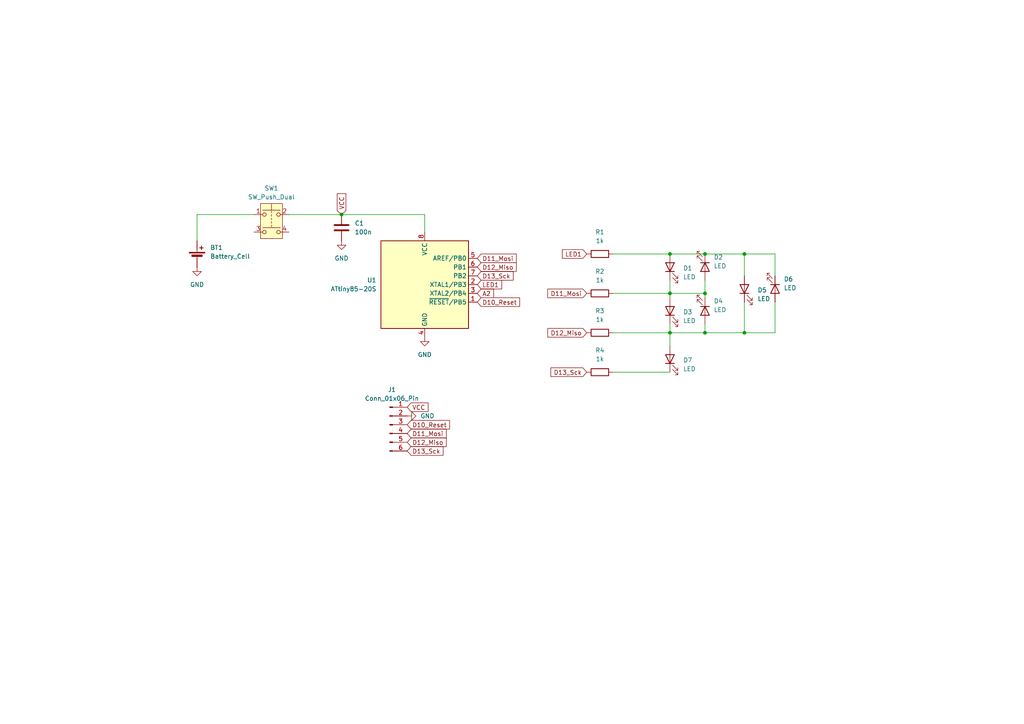
<source format=kicad_sch>
(kicad_sch (version 20231120) (generator "eeschema") (generator_version "8.0")
  (paper "A4")
  (lib_symbols
    (symbol "Connector:Conn_01x06_Pin" (pin_names (offset 1.016) hide)
      (property "Reference" "J" (at 0 7.62 0))
      (property "Value" "Conn_01x06_Pin" (at 0 -10.16 0))
      (symbol "Conn_01x06_Pin_1_1"
        (polyline (pts (xy 1.27 -7.62) (xy 0.8636 -7.62)) (stroke (width 0.1524)))
        (polyline (pts (xy 1.27 -5.08) (xy 0.8636 -5.08)) (stroke (width 0.1524)))
        (polyline (pts (xy 1.27 -2.54) (xy 0.8636 -2.54)) (stroke (width 0.1524)))
        (polyline (pts (xy 1.27 0) (xy 0.8636 0)) (stroke (width 0.1524)))
        (polyline (pts (xy 1.27 2.54) (xy 0.8636 2.54)) (stroke (width 0.1524)))
        (polyline (pts (xy 1.27 5.08) (xy 0.8636 5.08)) (stroke (width 0.1524)))
        (rectangle (start 0.8636 -7.493) (end 0 -7.747) (stroke (width 0.1524)) (fill (type outline)))
        (rectangle (start 0.8636 -4.953) (end 0 -5.207) (stroke (width 0.1524)) (fill (type outline)))
        (rectangle (start 0.8636 -2.413) (end 0 -2.667) (stroke (width 0.1524)) (fill (type outline)))
        (rectangle (start 0.8636 0.127) (end 0 -0.127) (stroke (width 0.1524)) (fill (type outline)))
        (rectangle (start 0.8636 2.667) (end 0 2.413) (stroke (width 0.1524)) (fill (type outline)))
        (rectangle (start 0.8636 5.207) (end 0 4.953) (stroke (width 0.1524)) (fill (type outline)))
        (pin passive line (at 5.08 5.08 180) (length 3.81) (name "Pin_1") (number "1"))
        (pin passive line (at 5.08 2.54 180) (length 3.81) (name "Pin_2") (number "2"))
        (pin passive line (at 5.08 0 180) (length 3.81) (name "Pin_3") (number "3"))
        (pin passive line (at 5.08 -2.54 180) (length 3.81) (name "Pin_4") (number "4"))
        (pin passive line (at 5.08 -5.08 180) (length 3.81) (name "Pin_5") (number "5"))
        (pin passive line (at 5.08 -7.62 180) (length 3.81) (name "Pin_6") (number "6"))
      )
    )
    (symbol "Device:Battery_Cell" (pin_numbers hide) (pin_names (offset 0) hide)
      (property "Reference" "BT" (at 2.54 2.54 0))
      (property "Value" "Battery_Cell" (at 2.54 0 0))
      (symbol "Battery_Cell_0_1"
        (rectangle (start -2.286 1.778) (end 2.286 1.524) (fill (type outline)))
        (rectangle (start -1.524 1.016) (end 1.524 0.508) (fill (type outline)))
        (polyline (pts (xy 0 0.762) (xy 0 0)))
        (polyline (pts (xy 0 1.778) (xy 0 2.54)))
        (polyline (pts (xy 0.762 3.048) (xy 1.778 3.048)) (stroke (width 0.254)))
        (polyline (pts (xy 1.27 3.556) (xy 1.27 2.54)) (stroke (width 0.254)))
      )
      (symbol "Battery_Cell_1_1"
        (pin passive line (at 0 5.08 270) (length 2.54) (name "+") (number "1"))
        (pin passive line (at 0 -2.54 90) (length 2.54) (name "-") (number "2"))
      )
    )
    (symbol "Device:C" (pin_numbers hide) (pin_names (offset 0.254))
      (property "Reference" "C" (at 0.635 2.54 0))
      (property "Value" "C" (at 0.635 -2.54 0))
      (symbol "C_0_1"
        (polyline (pts (xy -2.032 -0.762) (xy 2.032 -0.762)) (stroke (width 0.508)))
        (polyline (pts (xy -2.032 0.762) (xy 2.032 0.762)) (stroke (width 0.508)))
      )
      (symbol "C_1_1"
        (pin passive line (at 0 3.81 270) (length 2.794) (name "~") (number "1"))
        (pin passive line (at 0 -3.81 90) (length 2.794) (name "~") (number "2"))
      )
    )
    (symbol "Device:LED" (pin_numbers hide) (pin_names (offset 1.016) hide)
      (property "Reference" "D" (at 0 2.54 0))
      (property "Value" "LED" (at 0 -2.54 0))
      (symbol "LED_0_1"
        (polyline (pts (xy -1.27 -1.27) (xy -1.27 1.27)) (stroke (width 0.254)))
        (polyline (pts (xy -1.27 0) (xy 1.27 0)))
        (polyline (pts (xy 1.27 -1.27) (xy 1.27 1.27) (xy -1.27 0) (xy 1.27 -1.27)) (stroke (width 0.254)))
        (polyline (pts (xy -3.048 -0.762) (xy -4.572 -2.286) (xy -3.81 -2.286) (xy -4.572 -2.286) (xy -4.572 -1.524)))
        (polyline (pts (xy -1.778 -0.762) (xy -3.302 -2.286) (xy -2.54 -2.286) (xy -3.302 -2.286) (xy -3.302 -1.524)))
      )
      (symbol "LED_1_1"
        (pin passive line (at -3.81 0 0) (length 2.54) (name "K") (number "1"))
        (pin passive line (at 3.81 0 180) (length 2.54) (name "A") (number "2"))
      )
    )
    (symbol "Device:R" (pin_numbers hide) (pin_names (offset 0))
      (property "Reference" "R" (at 2.032 0 90))
      (property "Value" "R" (at 0 0 90))
      (symbol "R_0_1"
        (rectangle (start -1.016 -2.54) (end 1.016 2.54) (stroke (width 0.254)))
      )
      (symbol "R_1_1"
        (pin passive line (at 0 3.81 270) (length 1.27) (name "~") (number "1"))
        (pin passive line (at 0 -3.81 90) (length 1.27) (name "~") (number "2"))
      )
    )
    (symbol "MCU_Microchip_ATtiny:ATtiny85-20S"
      (property "Reference" "U" (at -12.7 13.97 0))
      (property "Value" "ATtiny85-20S" (at 2.54 -13.97 0))
      (symbol "ATtiny85-20S_0_1"
        (rectangle (start -12.7 -12.7) (end 12.7 12.7) (stroke (width 0.254)) (fill (type background)))
      )
      (symbol "ATtiny85-20S_1_1"
        (pin bidirectional line (at 15.24 -5.08 180) (length 2.54) (name "~{RESET}/PB5") (number "1"))
        (pin bidirectional line (at 15.24 0 180) (length 2.54) (name "XTAL1/PB3") (number "2"))
        (pin bidirectional line (at 15.24 -2.54 180) (length 2.54) (name "XTAL2/PB4") (number "3"))
        (pin power_in line (at 0 -15.24 90) (length 2.54) (name "GND") (number "4"))
        (pin bidirectional line (at 15.24 7.62 180) (length 2.54) (name "AREF/PB0") (number "5"))
        (pin bidirectional line (at 15.24 5.08 180) (length 2.54) (name "PB1") (number "6"))
        (pin bidirectional line (at 15.24 2.54 180) (length 2.54) (name "PB2") (number "7"))
        (pin power_in line (at 0 15.24 270) (length 2.54) (name "VCC") (number "8"))
      )
    )
    (symbol "Switch:SW_Push_Dual" (pin_names (offset 1.016) hide)
      (property "Reference" "SW" (at 0 7.62 0))
      (property "Value" "SW_Push_Dual" (at 0 -6.35 0))
      (symbol "SW_Push_Dual_0_1"
        (circle (center -2.032 -2.54) (radius 0.508))
        (circle (center -2.032 2.54) (radius 0.508))
        (polyline (pts (xy 0 -0.508) (xy 0 -1.016)))
        (polyline (pts (xy 0 0.508) (xy 0 0)))
        (polyline (pts (xy 0 1.016) (xy 0 1.524)))
        (polyline (pts (xy 0 2.032) (xy 0 2.54)))
        (polyline (pts (xy 0 3.048) (xy 0 3.556)))
        (polyline (pts (xy 0 3.81) (xy 0 5.588)))
        (polyline (pts (xy 2.54 -1.27) (xy -2.54 -1.27)))
        (polyline (pts (xy 2.54 3.81) (xy -2.54 3.81)))
        (circle (center 2.032 -2.54) (radius 0.508))
        (circle (center 2.032 2.54) (radius 0.508))
        (pin passive line (at -5.08 2.54 0) (length 2.54) (name "1") (number "1"))
        (pin passive line (at 5.08 2.54 180) (length 2.54) (name "2") (number "2"))
        (pin passive line (at -5.08 -2.54 0) (length 2.54) (name "3") (number "3"))
        (pin passive line (at 5.08 -2.54 180) (length 2.54) (name "4") (number "4"))
      )
      (symbol "SW_Push_Dual_1_1"
        (rectangle (start -3.175 5.715) (end 3.175 -4.445) (fill (type background)))
      )
    )
    (symbol "power:GND" (power) (pin_numbers hide) (pin_names (offset 0) hide)
      (property "Value" "GND" (at 0 -3.81 0))
      (symbol "GND_0_1"
        (polyline (pts (xy 0 0) (xy 0 -1.27) (xy 1.27 -1.27) (xy 0 -2.54) (xy -1.27 -1.27) (xy 0 -1.27)))
      )
      (symbol "GND_1_1"
        (pin power_in line (at 0 0 270) (length 0) (name "~") (number "1"))
      )
    )
  )
  (junction (at 204.47 85.09))
  (junction (at 194.31 73.66))
  (junction (at 215.9 96.52))
  (junction (at 204.47 73.66))
  (junction (at 194.31 85.09))
  (junction (at 99.06 62.23))
  (junction (at 215.9 73.66))
  (junction (at 194.31 96.52))
  (junction (at 204.47 96.52))
  (wire (pts (xy 177.8 85.09) (xy 194.31 85.09)))
  (wire (pts (xy 204.47 81.28) (xy 204.47 85.09)))
  (wire (pts (xy 177.8 73.66) (xy 194.31 73.66)))
  (wire (pts (xy 194.31 93.98) (xy 194.31 96.52)))
  (wire (pts (xy 194.31 85.09) (xy 194.31 81.28)))
  (wire (pts (xy 177.8 96.52) (xy 194.31 96.52)))
  (wire (pts (xy 204.47 85.09) (xy 194.31 85.09)))
  (wire (pts (xy 99.06 62.23) (xy 123.19 62.23)))
  (wire (pts (xy 177.8 107.95) (xy 194.31 107.95)))
  (wire (pts (xy 57.15 62.23) (xy 73.66 62.23)))
  (wire (pts (xy 83.82 62.23) (xy 99.06 62.23)))
  (wire (pts (xy 215.9 73.66) (xy 224.79 73.66)))
  (wire (pts (xy 194.31 96.52) (xy 204.47 96.52)))
  (wire (pts (xy 123.19 62.23) (xy 123.19 67.31)))
  (wire (pts (xy 204.47 96.52) (xy 215.9 96.52)))
  (wire (pts (xy 57.15 69.85) (xy 57.15 62.23)))
  (wire (pts (xy 204.47 73.66) (xy 215.9 73.66)))
  (wire (pts (xy 194.31 96.52) (xy 194.31 100.33)))
  (wire (pts (xy 215.9 73.66) (xy 215.9 80.01)))
  (wire (pts (xy 204.47 93.98) (xy 204.47 96.52)))
  (wire (pts (xy 194.31 85.09) (xy 194.31 86.36)))
  (wire (pts (xy 224.79 96.52) (xy 224.79 87.63)))
  (wire (pts (xy 215.9 87.63) (xy 215.9 96.52)))
  (wire (pts (xy 194.31 73.66) (xy 204.47 73.66)))
  (wire (pts (xy 204.47 86.36) (xy 204.47 85.09)))
  (wire (pts (xy 224.79 73.66) (xy 224.79 80.01)))
  (wire (pts (xy 215.9 96.52) (xy 224.79 96.52)))
  (global_label "D12_Miso" (shape input) (at 118.11 128.27 0) (property "Intersheetrefs" "${INTERSHEET_REFS}" (effects (hide yes))))
  (global_label "D11_Mosi" (shape input) (at 118.11 125.73 0) (property "Intersheetrefs" "${INTERSHEET_REFS}" (effects (hide yes))))
  (global_label "LED1" (shape input) (at 138.43 82.55 0) (property "Intersheetrefs" "${INTERSHEET_REFS}" (effects (hide yes))))
  (global_label "D13_Sck" (shape input) (at 118.11 130.81 0) (property "Intersheetrefs" "${INTERSHEET_REFS}" (effects (hide yes))))
  (global_label "D11_Mosi" (shape input) (at 170.18 85.09 180) (property "Intersheetrefs" "${INTERSHEET_REFS}" (effects (hide yes))))
  (global_label "VCC" (shape input) (at 118.11 118.11 0) (property "Intersheetrefs" "${INTERSHEET_REFS}" (effects (hide yes))))
  (global_label "D10_Reset" (shape input) (at 118.11 123.19 0) (property "Intersheetrefs" "${INTERSHEET_REFS}" (effects (hide yes))))
  (global_label "D12_Miso" (shape input) (at 170.18 96.52 180) (property "Intersheetrefs" "${INTERSHEET_REFS}" (effects (hide yes))))
  (global_label "D11_Mosi" (shape input) (at 138.43 74.93 0) (property "Intersheetrefs" "${INTERSHEET_REFS}" (effects (hide yes))))
  (global_label "D13_Sck" (shape input) (at 170.18 107.95 180) (property "Intersheetrefs" "${INTERSHEET_REFS}" (effects (hide yes))))
  (global_label "LED1" (shape input) (at 170.18 73.66 180) (property "Intersheetrefs" "${INTERSHEET_REFS}" (effects (hide yes))))
  (global_label "D12_Miso" (shape input) (at 138.43 77.47 0) (property "Intersheetrefs" "${INTERSHEET_REFS}" (effects (hide yes))))
  (global_label "VCC" (shape input) (at 99.06 62.23 90) (property "Intersheetrefs" "${INTERSHEET_REFS}" (effects (hide yes))))
  (global_label "A2" (shape input) (at 138.43 85.09 0) (property "Intersheetrefs" "${INTERSHEET_REFS}" (effects (hide yes))))
  (global_label "D10_Reset" (shape input) (at 138.43 87.63 0) (property "Intersheetrefs" "${INTERSHEET_REFS}" (effects (hide yes))))
  (global_label "D13_Sck" (shape input) (at 138.43 80.01 0) (property "Intersheetrefs" "${INTERSHEET_REFS}" (effects (hide yes))))
  (symbol (lib_id "MCU_Microchip_ATtiny:ATtiny85-20S") (at 123.19 82.55 0) (unit 1)
    (property "Reference" "U1" (at 109.22 81.2799 0) (effects (justify right)))
    (property "Value" "ATtiny85-20S" (at 109.22 83.8199 0) (effects (justify right)))
    (property "Footprint" "Package_SO:SOIC-8W_5.3x5.3mm_P1.27mm" (effects (hide yes)))
    (property "Datasheet" "http://ww1.microchip.com/downloads/en/DeviceDoc/atmel-2586-avr-8-bit-microcontroller-attiny25-attiny45-attiny85_datasheet.pdf" (effects (hide yes)))
    (property "Description" "20MHz, 8kB Flash, 512B SRAM, 512B EEPROM, debugWIRE, SOIC-8W" (effects (hide yes)))
  )
  (symbol (lib_id "Device:R") (at 173.99 73.66 90) (unit 1)
    (property "Reference" "R1" (at 173.99 67.31 90))
    (property "Value" "1k" (at 173.99 69.85 90))
    (property "Footprint" "Resistor_SMD:R_0805_2012Metric" (effects (hide yes)))
    (property "Description" "Resistor" (effects (hide yes)))
  )
  (symbol (lib_id "power:GND") (at 118.11 120.65 90) (unit 1)
    (property "Reference" "#PWR04" (effects (hide yes)))
    (property "Value" "GND" (at 121.92 120.6499 90) (effects (justify right)))
    (property "Description" "Power symbol creates a global label with name \"GND\" , ground" (effects (hide yes)))
  )
  (symbol (lib_id "Device:R") (at 173.99 107.95 90) (unit 1)
    (property "Reference" "R4" (at 173.99 101.6 90))
    (property "Value" "1k" (at 173.99 104.14 90))
    (property "Footprint" "Resistor_SMD:R_0805_2012Metric" (effects (hide yes)))
    (property "Description" "Resistor" (effects (hide yes)))
  )
  (symbol (lib_id "Device:C") (at 99.06 66.04 0) (unit 1)
    (property "Reference" "C1" (at 102.87 64.7699 0) (effects (justify left)))
    (property "Value" "100n" (at 102.87 67.3099 0) (effects (justify left)))
    (property "Footprint" "Capacitor_SMD:C_0805_2012Metric" (effects (hide yes)))
    (property "Description" "Unpolarized capacitor" (effects (hide yes)))
  )
  (symbol (lib_id "Connector:Conn_01x06_Pin") (at 113.03 123.19 0) (unit 1)
    (property "Reference" "J1" (at 113.665 113.03 0))
    (property "Value" "Conn_01x06_Pin" (at 113.665 115.57 0))
    (property "Footprint" "Connector_PinHeader_2.54mm:PinHeader_1x06_P2.54mm_Vertical" (effects (hide yes)))
    (property "Description" "Generic connector, single row, 01x06, script generated" (effects (hide yes)))
  )
  (symbol (lib_id "Device:R") (at 173.99 85.09 90) (unit 1)
    (property "Reference" "R2" (at 173.99 78.74 90))
    (property "Value" "1k" (at 173.99 81.28 90))
    (property "Footprint" "Resistor_SMD:R_0805_2012Metric" (effects (hide yes)))
    (property "Description" "Resistor" (effects (hide yes)))
  )
  (symbol (lib_id "Device:LED") (at 204.47 77.47 270) (unit 1)
    (property "Reference" "D2" (at 207.01 74.6124 90) (effects (justify left)))
    (property "Value" "LED" (at 207.01 77.1524 90) (effects (justify left)))
    (property "Footprint" "LED_SMD:LED_0805_2012Metric" (effects (hide yes)))
    (property "Description" "Light emitting diode" (effects (hide yes)))
  )
  (symbol (lib_id "Device:Battery_Cell") (at 57.15 74.93 0) (unit 1)
    (property "Reference" "BT1" (at 60.96 71.8184 0) (effects (justify left)))
    (property "Value" "Battery_Cell" (at 60.96 74.3584 0) (effects (justify left)))
    (property "Footprint" "Battery:BatteryHolder_Multicomp_BC-2001_1x2032" (effects (hide yes)))
    (property "Description" "Single-cell battery" (effects (hide yes)))
  )
  (symbol (lib_id "Device:R") (at 173.99 96.52 90) (unit 1)
    (property "Reference" "R3" (at 173.99 90.17 90))
    (property "Value" "1k" (at 173.99 92.71 90))
    (property "Footprint" "Resistor_SMD:R_0805_2012Metric" (effects (hide yes)))
    (property "Description" "Resistor" (effects (hide yes)))
  )
  (symbol (lib_id "Device:LED") (at 204.47 90.17 270) (unit 1)
    (property "Reference" "D4" (at 207.01 87.3124 90) (effects (justify left)))
    (property "Value" "LED" (at 207.01 89.8524 90) (effects (justify left)))
    (property "Footprint" "LED_SMD:LED_0805_2012Metric" (effects (hide yes)))
    (property "Description" "Light emitting diode" (effects (hide yes)))
  )
  (symbol (lib_id "Device:LED") (at 194.31 90.17 90) (unit 1)
    (property "Reference" "D3" (at 198.12 90.4874 90) (effects (justify right)))
    (property "Value" "LED" (at 198.12 93.0274 90) (effects (justify right)))
    (property "Footprint" "LED_SMD:LED_0805_2012Metric" (effects (hide yes)))
    (property "Description" "Light emitting diode" (effects (hide yes)))
  )
  (symbol (lib_id "Device:LED") (at 194.31 104.14 90) (unit 1)
    (property "Reference" "D7" (at 198.12 104.4574 90) (effects (justify right)))
    (property "Value" "LED" (at 198.12 106.9974 90) (effects (justify right)))
    (property "Footprint" "LED_SMD:LED_0805_2012Metric" (effects (hide yes)))
    (property "Description" "Light emitting diode" (effects (hide yes)))
  )
  (symbol (lib_id "power:GND") (at 99.06 69.85 0) (unit 1)
    (property "Reference" "#PWR02" (effects (hide yes)))
    (property "Value" "GND" (at 99.06 74.93 0))
    (property "Description" "Power symbol creates a global label with name \"GND\" , ground" (effects (hide yes)))
  )
  (symbol (lib_id "Device:LED") (at 215.9 83.82 90) (unit 1)
    (property "Reference" "D5" (at 219.71 84.1374 90) (effects (justify right)))
    (property "Value" "LED" (at 219.71 86.6774 90) (effects (justify right)))
    (property "Footprint" "LED_SMD:LED_0805_2012Metric" (effects (hide yes)))
    (property "Description" "Light emitting diode" (effects (hide yes)))
  )
  (symbol (lib_id "Device:LED") (at 194.31 77.47 90) (unit 1)
    (property "Reference" "D1" (at 198.12 77.7874 90) (effects (justify right)))
    (property "Value" "LED" (at 198.12 80.3274 90) (effects (justify right)))
    (property "Footprint" "LED_SMD:LED_0805_2012Metric" (effects (hide yes)))
    (property "Description" "Light emitting diode" (effects (hide yes)))
  )
  (symbol (lib_id "power:GND") (at 57.15 77.47 0) (unit 1)
    (property "Reference" "#PWR01" (effects (hide yes)))
    (property "Value" "GND" (at 57.15 82.55 0))
    (property "Description" "Power symbol creates a global label with name \"GND\" , ground" (effects (hide yes)))
  )
  (symbol (lib_id "Switch:SW_Push_Dual") (at 78.74 64.77 0) (unit 1)
    (property "Reference" "SW1" (at 78.74 54.61 0))
    (property "Value" "SW_Push_Dual" (at 78.74 57.15 0))
    (property "Footprint" "Button_Switch_SMD:SW_Push_1P1T_NO_6x6mm_H9.5mm" (effects (hide yes)))
    (property "Description" "Push button switch, generic, symbol, four pins" (effects (hide yes)))
  )
  (symbol (lib_id "power:GND") (at 123.19 97.79 0) (unit 1)
    (property "Reference" "#PWR03" (effects (hide yes)))
    (property "Value" "GND" (at 123.19 102.87 0))
    (property "Description" "Power symbol creates a global label with name \"GND\" , ground" (effects (hide yes)))
  )
  (symbol (lib_id "Device:LED") (at 224.79 83.82 270) (unit 1)
    (property "Reference" "D6" (at 227.33 80.9624 90) (effects (justify left)))
    (property "Value" "LED" (at 227.33 83.5024 90) (effects (justify left)))
    (property "Footprint" "LED_SMD:LED_0805_2012Metric" (effects (hide yes)))
    (property "Description" "Light emitting diode" (effects (hide yes)))
  )
)
</source>
